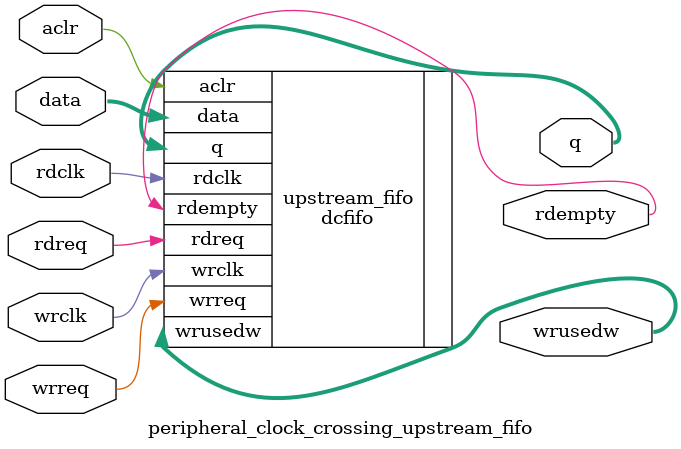
<source format=v>
module peripheral_clock_crossing_upstream_fifo (
                                                 // inputs:
                                                  aclr,
                                                  data,
                                                  rdclk,
                                                  rdreq,
                                                  wrclk,
                                                  wrreq,
                                                 // outputs:
                                                  q,
                                                  rdempty,
                                                  wrusedw
                                               )
;
  output  [ 32: 0] q;
  output           rdempty;
  output  [  5: 0] wrusedw;
  input            aclr;
  input   [ 32: 0] data;
  input            rdclk;
  input            rdreq;
  input            wrclk;
  input            wrreq;
  wire    [ 32: 0] q;
  wire             rdempty;
  wire    [  5: 0] wrusedw;
  dcfifo upstream_fifo
    (
      .aclr (aclr),
      .data (data),
      .q (q),
      .rdclk (rdclk),
      .rdempty (rdempty),
      .rdreq (rdreq),
      .wrclk (wrclk),
      .wrreq (wrreq),
      .wrusedw (wrusedw)
    );
  defparam upstream_fifo.intended_device_family = "STRATIXIV",
           upstream_fifo.lpm_numwords = 64,
           upstream_fifo.lpm_showahead = "OFF",
           upstream_fifo.lpm_type = "dcfifo",
           upstream_fifo.lpm_width = 33,
           upstream_fifo.lpm_widthu = 6,
           upstream_fifo.overflow_checking = "ON",
           upstream_fifo.rdsync_delaypipe = 5,
           upstream_fifo.underflow_checking = "ON",
           upstream_fifo.use_eab = "ON",
           upstream_fifo.wrsync_delaypipe = 5;
endmodule
</source>
